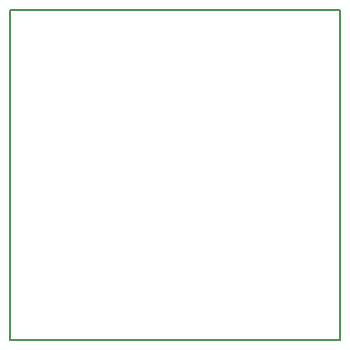
<source format=gbr>
%TF.GenerationSoftware,KiCad,Pcbnew,8.0.7*%
%TF.CreationDate,2024-12-28T17:49:01+01:00*%
%TF.ProjectId,usb-c-power-meter,7573622d-632d-4706-9f77-65722d6d6574,rev?*%
%TF.SameCoordinates,Original*%
%TF.FileFunction,Profile,NP*%
%FSLAX46Y46*%
G04 Gerber Fmt 4.6, Leading zero omitted, Abs format (unit mm)*
G04 Created by KiCad (PCBNEW 8.0.7) date 2024-12-28 17:49:01*
%MOMM*%
%LPD*%
G01*
G04 APERTURE LIST*
%TA.AperFunction,Profile*%
%ADD10C,0.200000*%
%TD*%
G04 APERTURE END LIST*
D10*
X140200000Y-96200000D02*
X168200000Y-96200000D01*
X168200000Y-124200000D01*
X140200000Y-124200000D01*
X140200000Y-96200000D01*
M02*

</source>
